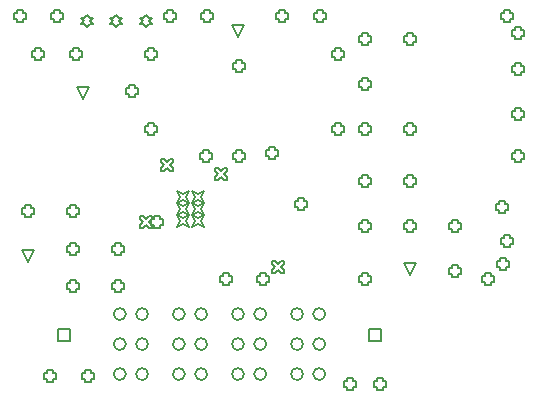
<source format=gbr>
%TF.GenerationSoftware,Altium Limited,Altium Designer,24.2.2 (26)*%
G04 Layer_Color=2752767*
%FSLAX45Y45*%
%MOMM*%
%TF.SameCoordinates,E368293F-65CA-4DDE-B1C5-A9725366A021*%
%TF.FilePolarity,Positive*%
%TF.FileFunction,Drawing*%
%TF.Part,Single*%
G01*
G75*
%TA.AperFunction,NonConductor*%
%ADD34C,0.12700*%
%ADD65C,0.16933*%
D34*
X1295400Y2540000D02*
X1244600Y2641600D01*
X1346200D01*
X1295400Y2540000D01*
X1324800Y3149600D02*
X1350200Y3175000D01*
X1375600D01*
X1350200Y3200400D01*
X1375600Y3225800D01*
X1350200D01*
X1324800Y3251200D01*
X1299400Y3225800D01*
X1274000D01*
X1299400Y3200400D01*
X1274000Y3175000D01*
X1299400D01*
X1324800Y3149600D01*
X1574800D02*
X1600200Y3175000D01*
X1625600D01*
X1600200Y3200400D01*
X1625600Y3225800D01*
X1600200D01*
X1574800Y3251200D01*
X1549400Y3225800D01*
X1524000D01*
X1549400Y3200400D01*
X1524000Y3175000D01*
X1549400D01*
X1574800Y3149600D01*
X1824800D02*
X1850200Y3175000D01*
X1875600D01*
X1850200Y3200400D01*
X1875600Y3225800D01*
X1850200D01*
X1824800Y3251200D01*
X1799400Y3225800D01*
X1774000D01*
X1799400Y3200400D01*
X1774000Y3175000D01*
X1799400D01*
X1824800Y3149600D01*
X3711910Y488000D02*
Y589600D01*
X3813510D01*
Y488000D01*
X3711910D01*
X1083910D02*
Y589600D01*
X1185510D01*
Y488000D01*
X1083910D01*
X2603500Y3060700D02*
X2552700Y3162300D01*
X2654300D01*
X2603500Y3060700D01*
X4064000Y1043940D02*
X4013200Y1145540D01*
X4114800D01*
X4064000Y1043940D01*
X825500Y1155700D02*
X774700Y1257300D01*
X876300D01*
X825500Y1155700D01*
X4857750Y3213100D02*
Y3187700D01*
X4908550D01*
Y3213100D01*
X4933950D01*
Y3263900D01*
X4908550D01*
Y3289300D01*
X4857750D01*
Y3263900D01*
X4832350D01*
Y3213100D01*
X4857750D01*
Y1308100D02*
Y1282700D01*
X4908550D01*
Y1308100D01*
X4933950D01*
Y1358900D01*
X4908550D01*
Y1384300D01*
X4857750D01*
Y1358900D01*
X4832350D01*
Y1308100D01*
X4857750D01*
X4699000Y990600D02*
Y965200D01*
X4749800D01*
Y990600D01*
X4775200D01*
Y1041400D01*
X4749800D01*
Y1066800D01*
X4699000D01*
Y1041400D01*
X4673600D01*
Y990600D01*
X4699000D01*
X3270250Y3213100D02*
Y3187700D01*
X3321050D01*
Y3213100D01*
X3346450D01*
Y3263900D01*
X3321050D01*
Y3289300D01*
X3270250D01*
Y3263900D01*
X3244850D01*
Y3213100D01*
X3270250D01*
X3429000Y2895600D02*
Y2870200D01*
X3479800D01*
Y2895600D01*
X3505200D01*
Y2946400D01*
X3479800D01*
Y2971800D01*
X3429000D01*
Y2946400D01*
X3403600D01*
Y2895600D01*
X3429000D01*
Y2260600D02*
Y2235200D01*
X3479800D01*
Y2260600D01*
X3505200D01*
Y2311400D01*
X3479800D01*
Y2336800D01*
X3429000D01*
Y2311400D01*
X3403600D01*
Y2260600D01*
X3429000D01*
X2952750Y3213100D02*
Y3187700D01*
X3003550D01*
Y3213100D01*
X3028950D01*
Y3263900D01*
X3003550D01*
Y3289300D01*
X2952750D01*
Y3263900D01*
X2927350D01*
Y3213100D01*
X2952750D01*
X3111500Y1625600D02*
Y1600200D01*
X3162300D01*
Y1625600D01*
X3187700D01*
Y1676400D01*
X3162300D01*
Y1701800D01*
X3111500D01*
Y1676400D01*
X3086100D01*
Y1625600D01*
X3111500D01*
X2794000Y990600D02*
Y965200D01*
X2844800D01*
Y990600D01*
X2870200D01*
Y1041400D01*
X2844800D01*
Y1066800D01*
X2794000D01*
Y1041400D01*
X2768600D01*
Y990600D01*
X2794000D01*
X2317750Y3213100D02*
Y3187700D01*
X2368550D01*
Y3213100D01*
X2393950D01*
Y3263900D01*
X2368550D01*
Y3289300D01*
X2317750D01*
Y3263900D01*
X2292350D01*
Y3213100D01*
X2317750D01*
X2476500Y990600D02*
Y965200D01*
X2527300D01*
Y990600D01*
X2552700D01*
Y1041400D01*
X2527300D01*
Y1066800D01*
X2476500D01*
Y1041400D01*
X2451100D01*
Y990600D01*
X2476500D01*
X2000250Y3213100D02*
Y3187700D01*
X2051050D01*
Y3213100D01*
X2076450D01*
Y3263900D01*
X2051050D01*
Y3289300D01*
X2000250D01*
Y3263900D01*
X1974850D01*
Y3213100D01*
X2000250D01*
X1841500Y2895600D02*
Y2870200D01*
X1892300D01*
Y2895600D01*
X1917700D01*
Y2946400D01*
X1892300D01*
Y2971800D01*
X1841500D01*
Y2946400D01*
X1816100D01*
Y2895600D01*
X1841500D01*
X1682750Y2578100D02*
Y2552700D01*
X1733550D01*
Y2578100D01*
X1758950D01*
Y2628900D01*
X1733550D01*
Y2654300D01*
X1682750D01*
Y2628900D01*
X1657350D01*
Y2578100D01*
X1682750D01*
X1841500Y2260600D02*
Y2235200D01*
X1892300D01*
Y2260600D01*
X1917700D01*
Y2311400D01*
X1892300D01*
Y2336800D01*
X1841500D01*
Y2311400D01*
X1816100D01*
Y2260600D01*
X1841500D01*
X1047750Y3213100D02*
Y3187700D01*
X1098550D01*
Y3213100D01*
X1123950D01*
Y3263900D01*
X1098550D01*
Y3289300D01*
X1047750D01*
Y3263900D01*
X1022350D01*
Y3213100D01*
X1047750D01*
X1206500Y2895600D02*
Y2870200D01*
X1257300D01*
Y2895600D01*
X1282700D01*
Y2946400D01*
X1257300D01*
Y2971800D01*
X1206500D01*
Y2946400D01*
X1181100D01*
Y2895600D01*
X1206500D01*
X730250Y3213100D02*
Y3187700D01*
X781050D01*
Y3213100D01*
X806450D01*
Y3263900D01*
X781050D01*
Y3289300D01*
X730250D01*
Y3263900D01*
X704850D01*
Y3213100D01*
X730250D01*
X889000Y2895600D02*
Y2870200D01*
X939800D01*
Y2895600D01*
X965200D01*
Y2946400D01*
X939800D01*
Y2971800D01*
X889000D01*
Y2946400D01*
X863600D01*
Y2895600D01*
X889000D01*
X1895469Y1474652D02*
Y1449252D01*
X1946269D01*
Y1474652D01*
X1971669D01*
Y1525452D01*
X1946269D01*
Y1550852D01*
X1895469D01*
Y1525452D01*
X1870069D01*
Y1474652D01*
X1895469D01*
X2311400Y2032000D02*
Y2006600D01*
X2362200D01*
Y2032000D01*
X2387600D01*
Y2082800D01*
X2362200D01*
Y2108200D01*
X2311400D01*
Y2082800D01*
X2286000D01*
Y2032000D01*
X2311400D01*
X4953000Y3073400D02*
Y3048000D01*
X5003800D01*
Y3073400D01*
X5029200D01*
Y3124200D01*
X5003800D01*
Y3149600D01*
X4953000D01*
Y3124200D01*
X4927600D01*
Y3073400D01*
X4953000D01*
Y2768600D02*
Y2743200D01*
X5003800D01*
Y2768600D01*
X5029200D01*
Y2819400D01*
X5003800D01*
Y2844800D01*
X4953000D01*
Y2819400D01*
X4927600D01*
Y2768600D01*
X4953000D01*
Y2032000D02*
Y2006600D01*
X5003800D01*
Y2032000D01*
X5029200D01*
Y2082800D01*
X5003800D01*
Y2108200D01*
X4953000D01*
Y2082800D01*
X4927600D01*
Y2032000D01*
X4953000D01*
Y2387600D02*
Y2362200D01*
X5003800D01*
Y2387600D01*
X5029200D01*
Y2438400D01*
X5003800D01*
Y2463800D01*
X4953000D01*
Y2438400D01*
X4927600D01*
Y2387600D01*
X4953000D01*
X4820998Y1118228D02*
Y1092828D01*
X4871798D01*
Y1118228D01*
X4897198D01*
Y1169028D01*
X4871798D01*
Y1194428D01*
X4820998D01*
Y1169028D01*
X4795598D01*
Y1118228D01*
X4820998D01*
X4814463Y1597519D02*
Y1572119D01*
X4865263D01*
Y1597519D01*
X4890663D01*
Y1648319D01*
X4865263D01*
Y1673719D01*
X4814463D01*
Y1648319D01*
X4789063D01*
Y1597519D01*
X4814463D01*
X1953396Y1924373D02*
X1978796D01*
X2004196Y1949773D01*
X2029596Y1924373D01*
X2054996D01*
Y1949773D01*
X2029596Y1975173D01*
X2054996Y2000573D01*
Y2025973D01*
X2029596D01*
X2004196Y2000573D01*
X1978796Y2025973D01*
X1953396D01*
Y2000573D01*
X1978796Y1975173D01*
X1953396Y1949773D01*
Y1924373D01*
X4419600Y1054100D02*
Y1028700D01*
X4470400D01*
Y1054100D01*
X4495800D01*
Y1104900D01*
X4470400D01*
Y1130300D01*
X4419600D01*
Y1104900D01*
X4394200D01*
Y1054100D01*
X4419600D01*
Y1435100D02*
Y1409700D01*
X4470400D01*
Y1435100D01*
X4495800D01*
Y1485900D01*
X4470400D01*
Y1511300D01*
X4419600D01*
Y1485900D01*
X4394200D01*
Y1435100D01*
X4419600D01*
X4038600Y3022600D02*
Y2997200D01*
X4089400D01*
Y3022600D01*
X4114800D01*
Y3073400D01*
X4089400D01*
Y3098800D01*
X4038600D01*
Y3073400D01*
X4013200D01*
Y3022600D01*
X4038600D01*
X3657600D02*
Y2997200D01*
X3708400D01*
Y3022600D01*
X3733800D01*
Y3073400D01*
X3708400D01*
Y3098800D01*
X3657600D01*
Y3073400D01*
X3632200D01*
Y3022600D01*
X3657600D01*
X1772914Y1442028D02*
X1798314D01*
X1823714Y1467428D01*
X1849114Y1442028D01*
X1874514D01*
Y1467428D01*
X1849114Y1492828D01*
X1874514Y1518228D01*
Y1543628D01*
X1849114D01*
X1823714Y1518228D01*
X1798314Y1543628D01*
X1772914D01*
Y1518228D01*
X1798314Y1492828D01*
X1772914Y1467428D01*
Y1442028D01*
X3784600Y101600D02*
Y76200D01*
X3835400D01*
Y101600D01*
X3860800D01*
Y152400D01*
X3835400D01*
Y177800D01*
X3784600D01*
Y152400D01*
X3759200D01*
Y101600D01*
X3784600D01*
X3530600D02*
Y76200D01*
X3581400D01*
Y101600D01*
X3606800D01*
Y152400D01*
X3581400D01*
Y177800D01*
X3530600D01*
Y152400D01*
X3505200D01*
Y101600D01*
X3530600D01*
X1308100Y165100D02*
Y139700D01*
X1358900D01*
Y165100D01*
X1384300D01*
Y215900D01*
X1358900D01*
Y241300D01*
X1308100D01*
Y215900D01*
X1282700D01*
Y165100D01*
X1308100D01*
X990600D02*
Y139700D01*
X1041400D01*
Y165100D01*
X1066800D01*
Y215900D01*
X1041400D01*
Y241300D01*
X990600D01*
Y215900D01*
X965200D01*
Y165100D01*
X990600D01*
X1562100Y927100D02*
Y901700D01*
X1612900D01*
Y927100D01*
X1638300D01*
Y977900D01*
X1612900D01*
Y1003300D01*
X1562100D01*
Y977900D01*
X1536700D01*
Y927100D01*
X1562100D01*
X1181100D02*
Y901700D01*
X1231900D01*
Y927100D01*
X1257300D01*
Y977900D01*
X1231900D01*
Y1003300D01*
X1181100D01*
Y977900D01*
X1155700D01*
Y927100D01*
X1181100D01*
X800100Y1562100D02*
Y1536700D01*
X850900D01*
Y1562100D01*
X876300D01*
Y1612900D01*
X850900D01*
Y1638300D01*
X800100D01*
Y1612900D01*
X774700D01*
Y1562100D01*
X800100D01*
X1181100D02*
Y1536700D01*
X1231900D01*
Y1562100D01*
X1257300D01*
Y1612900D01*
X1231900D01*
Y1638300D01*
X1181100D01*
Y1612900D01*
X1155700D01*
Y1562100D01*
X1181100D01*
Y1244600D02*
Y1219200D01*
X1231900D01*
Y1244600D01*
X1257300D01*
Y1295400D01*
X1231900D01*
Y1320800D01*
X1181100D01*
Y1295400D01*
X1155700D01*
Y1244600D01*
X1181100D01*
X1562100D02*
Y1219200D01*
X1612900D01*
Y1244600D01*
X1638300D01*
Y1295400D01*
X1612900D01*
Y1320800D01*
X1562100D01*
Y1295400D01*
X1536700D01*
Y1244600D01*
X1562100D01*
X3657600Y2641600D02*
Y2616200D01*
X3708400D01*
Y2641600D01*
X3733800D01*
Y2692400D01*
X3708400D01*
Y2717800D01*
X3657600D01*
Y2692400D01*
X3632200D01*
Y2641600D01*
X3657600D01*
X4038600Y2260600D02*
Y2235200D01*
X4089400D01*
Y2260600D01*
X4114800D01*
Y2311400D01*
X4089400D01*
Y2336800D01*
X4038600D01*
Y2311400D01*
X4013200D01*
Y2260600D01*
X4038600D01*
X3657600D02*
Y2235200D01*
X3708400D01*
Y2260600D01*
X3733800D01*
Y2311400D01*
X3708400D01*
Y2336800D01*
X3657600D01*
Y2311400D01*
X3632200D01*
Y2260600D01*
X3657600D01*
X4038600Y1816100D02*
Y1790700D01*
X4089400D01*
Y1816100D01*
X4114800D01*
Y1866900D01*
X4089400D01*
Y1892300D01*
X4038600D01*
Y1866900D01*
X4013200D01*
Y1816100D01*
X4038600D01*
Y1435100D02*
Y1409700D01*
X4089400D01*
Y1435100D01*
X4114800D01*
Y1485900D01*
X4089400D01*
Y1511300D01*
X4038600D01*
Y1485900D01*
X4013200D01*
Y1435100D01*
X4038600D01*
X3657600Y1816100D02*
Y1790700D01*
X3708400D01*
Y1816100D01*
X3733800D01*
Y1866900D01*
X3708400D01*
Y1892300D01*
X3657600D01*
Y1866900D01*
X3632200D01*
Y1816100D01*
X3657600D01*
Y1435100D02*
Y1409700D01*
X3708400D01*
Y1435100D01*
X3733800D01*
Y1485900D01*
X3708400D01*
Y1511300D01*
X3657600D01*
Y1485900D01*
X3632200D01*
Y1435100D01*
X3657600D01*
Y990600D02*
Y965200D01*
X3708400D01*
Y990600D01*
X3733800D01*
Y1041400D01*
X3708400D01*
Y1066800D01*
X3657600D01*
Y1041400D01*
X3632200D01*
Y990600D01*
X3657600D01*
X2870200Y2057400D02*
Y2032000D01*
X2921000D01*
Y2057400D01*
X2946400D01*
Y2108200D01*
X2921000D01*
Y2133600D01*
X2870200D01*
Y2108200D01*
X2844800D01*
Y2057400D01*
X2870200D01*
X2590800Y2032000D02*
Y2006600D01*
X2641600D01*
Y2032000D01*
X2667000D01*
Y2082800D01*
X2641600D01*
Y2108200D01*
X2590800D01*
Y2082800D01*
X2565400D01*
Y2032000D01*
X2590800D01*
Y2794000D02*
Y2768600D01*
X2641600D01*
Y2794000D01*
X2667000D01*
Y2844800D01*
X2641600D01*
Y2870200D01*
X2590800D01*
Y2844800D01*
X2565400D01*
Y2794000D01*
X2590800D01*
X2895600Y1066800D02*
X2921000D01*
X2946400Y1092200D01*
X2971800Y1066800D01*
X2997200D01*
Y1092200D01*
X2971800Y1117600D01*
X2997200Y1143000D01*
Y1168400D01*
X2971800D01*
X2946400Y1143000D01*
X2921000Y1168400D01*
X2895600D01*
Y1143000D01*
X2921000Y1117600D01*
X2895600Y1092200D01*
Y1066800D01*
X2413000Y1854200D02*
X2438400D01*
X2463800Y1879600D01*
X2489200Y1854200D01*
X2514600D01*
Y1879600D01*
X2489200Y1905000D01*
X2514600Y1930400D01*
Y1955800D01*
X2489200D01*
X2463800Y1930400D01*
X2438400Y1955800D01*
X2413000D01*
Y1930400D01*
X2438400Y1905000D01*
X2413000Y1879600D01*
Y1854200D01*
X2215660Y1457960D02*
X2241060Y1508760D01*
X2215660Y1559560D01*
X2266460Y1534160D01*
X2317260Y1559560D01*
X2291860Y1508760D01*
X2317260Y1457960D01*
X2266460Y1483360D01*
X2215660Y1457960D01*
X2091460D02*
X2116860Y1508760D01*
X2091460Y1559560D01*
X2142260Y1534160D01*
X2193060Y1559560D01*
X2167660Y1508760D01*
X2193060Y1457960D01*
X2142260Y1483360D01*
X2091460Y1457960D01*
X2215660Y1559560D02*
X2241060Y1610360D01*
X2215660Y1661160D01*
X2266460Y1635760D01*
X2317260Y1661160D01*
X2291860Y1610360D01*
X2317260Y1559560D01*
X2266460Y1584960D01*
X2215660Y1559560D01*
X2091460D02*
X2116860Y1610360D01*
X2091460Y1661160D01*
X2142260Y1635760D01*
X2193060Y1661160D01*
X2167660Y1610360D01*
X2193060Y1559560D01*
X2142260Y1584960D01*
X2091460Y1559560D01*
X2215660Y1661160D02*
X2241060Y1711960D01*
X2215660Y1762760D01*
X2266460Y1737360D01*
X2317260Y1762760D01*
X2291860Y1711960D01*
X2317260Y1661160D01*
X2266460Y1686560D01*
X2215660Y1661160D01*
X2091460D02*
X2116860Y1711960D01*
X2091460Y1762760D01*
X2142260Y1737360D01*
X2193060Y1762760D01*
X2167660Y1711960D01*
X2193060Y1661160D01*
X2142260Y1686560D01*
X2091460Y1661160D01*
D65*
X1843510Y208800D02*
G03*
X1843510Y208800I-50800J0D01*
G01*
X1655510D02*
G03*
X1655510Y208800I-50800J0D01*
G01*
X1843510Y462800D02*
G03*
X1843510Y462800I-50800J0D01*
G01*
X1655510D02*
G03*
X1655510Y462800I-50800J0D01*
G01*
X1843510Y716800D02*
G03*
X1843510Y716800I-50800J0D01*
G01*
X1655510D02*
G03*
X1655510Y716800I-50800J0D01*
G01*
X3343510Y208800D02*
G03*
X3343510Y208800I-50800J0D01*
G01*
X3155510D02*
G03*
X3155510Y208800I-50800J0D01*
G01*
X3343510Y462800D02*
G03*
X3343510Y462800I-50800J0D01*
G01*
X3155510D02*
G03*
X3155510Y462800I-50800J0D01*
G01*
X3343510Y716800D02*
G03*
X3343510Y716800I-50800J0D01*
G01*
X3155510D02*
G03*
X3155510Y716800I-50800J0D01*
G01*
X2843510Y208800D02*
G03*
X2843510Y208800I-50800J0D01*
G01*
X2655510D02*
G03*
X2655510Y208800I-50800J0D01*
G01*
X2843510Y462800D02*
G03*
X2843510Y462800I-50800J0D01*
G01*
X2655510D02*
G03*
X2655510Y462800I-50800J0D01*
G01*
X2843510Y716800D02*
G03*
X2843510Y716800I-50800J0D01*
G01*
X2655510D02*
G03*
X2655510Y716800I-50800J0D01*
G01*
X2343510Y208800D02*
G03*
X2343510Y208800I-50800J0D01*
G01*
X2155510D02*
G03*
X2155510Y208800I-50800J0D01*
G01*
X2343510Y462800D02*
G03*
X2343510Y462800I-50800J0D01*
G01*
X2155510D02*
G03*
X2155510Y462800I-50800J0D01*
G01*
X2343510Y716800D02*
G03*
X2343510Y716800I-50800J0D01*
G01*
X2155510D02*
G03*
X2155510Y716800I-50800J0D01*
G01*
%TF.MD5,b433f09d19a48bddac127188d3864f23*%
M02*

</source>
